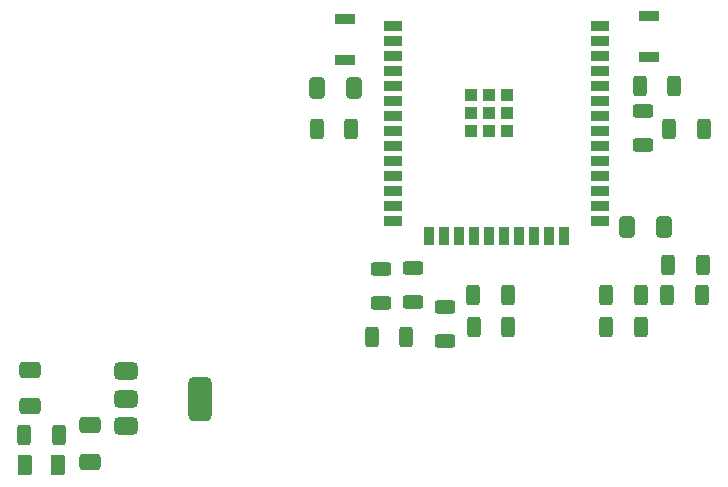
<source format=gbr>
%TF.GenerationSoftware,KiCad,Pcbnew,8.0.5-8.0.5-0~ubuntu22.04.1*%
%TF.CreationDate,2025-05-20T11:09:25+05:30*%
%TF.ProjectId,esp32_nichrome_wire,65737033-325f-46e6-9963-68726f6d655f,rev?*%
%TF.SameCoordinates,Original*%
%TF.FileFunction,Paste,Top*%
%TF.FilePolarity,Positive*%
%FSLAX46Y46*%
G04 Gerber Fmt 4.6, Leading zero omitted, Abs format (unit mm)*
G04 Created by KiCad (PCBNEW 8.0.5-8.0.5-0~ubuntu22.04.1) date 2025-05-20 11:09:25*
%MOMM*%
%LPD*%
G01*
G04 APERTURE LIST*
G04 Aperture macros list*
%AMRoundRect*
0 Rectangle with rounded corners*
0 $1 Rounding radius*
0 $2 $3 $4 $5 $6 $7 $8 $9 X,Y pos of 4 corners*
0 Add a 4 corners polygon primitive as box body*
4,1,4,$2,$3,$4,$5,$6,$7,$8,$9,$2,$3,0*
0 Add four circle primitives for the rounded corners*
1,1,$1+$1,$2,$3*
1,1,$1+$1,$4,$5*
1,1,$1+$1,$6,$7*
1,1,$1+$1,$8,$9*
0 Add four rect primitives between the rounded corners*
20,1,$1+$1,$2,$3,$4,$5,0*
20,1,$1+$1,$4,$5,$6,$7,0*
20,1,$1+$1,$6,$7,$8,$9,0*
20,1,$1+$1,$8,$9,$2,$3,0*%
G04 Aperture macros list end*
%ADD10RoundRect,0.250000X-0.412500X-0.650000X0.412500X-0.650000X0.412500X0.650000X-0.412500X0.650000X0*%
%ADD11RoundRect,0.250000X-0.312500X-0.625000X0.312500X-0.625000X0.312500X0.625000X-0.312500X0.625000X0*%
%ADD12RoundRect,0.250000X0.312500X0.625000X-0.312500X0.625000X-0.312500X-0.625000X0.312500X-0.625000X0*%
%ADD13RoundRect,0.375000X-0.625000X-0.375000X0.625000X-0.375000X0.625000X0.375000X-0.625000X0.375000X0*%
%ADD14RoundRect,0.500000X-0.500000X-1.400000X0.500000X-1.400000X0.500000X1.400000X-0.500000X1.400000X0*%
%ADD15RoundRect,0.250000X-0.650000X0.412500X-0.650000X-0.412500X0.650000X-0.412500X0.650000X0.412500X0*%
%ADD16RoundRect,0.250000X0.625000X-0.312500X0.625000X0.312500X-0.625000X0.312500X-0.625000X-0.312500X0*%
%ADD17R,1.700000X0.900000*%
%ADD18RoundRect,0.250000X-0.625000X0.312500X-0.625000X-0.312500X0.625000X-0.312500X0.625000X0.312500X0*%
%ADD19RoundRect,0.250000X0.650000X-0.412500X0.650000X0.412500X-0.650000X0.412500X-0.650000X-0.412500X0*%
%ADD20R,1.500000X0.900000*%
%ADD21R,0.900000X1.500000*%
%ADD22R,1.050000X1.050000*%
%ADD23RoundRect,0.250000X0.375000X0.625000X-0.375000X0.625000X-0.375000X-0.625000X0.375000X-0.625000X0*%
G04 APERTURE END LIST*
D10*
%TO.C,C2*%
X-36190000Y-37765000D03*
X-33065000Y-37765000D03*
%TD*%
D11*
%TO.C,R7*%
X-37927500Y-46165000D03*
X-35002500Y-46165000D03*
%TD*%
D12*
%TO.C,R4*%
X-29840000Y-43465000D03*
X-32765000Y-43465000D03*
%TD*%
D13*
%TO.C,U2*%
X-78615000Y-49965000D03*
X-78615000Y-52265000D03*
D14*
X-72315000Y-52265000D03*
D13*
X-78615000Y-54565000D03*
%TD*%
D11*
%TO.C,R15*%
X-32562500Y-29450000D03*
X-29637500Y-29450000D03*
%TD*%
D15*
%TO.C,C4*%
X-86665000Y-49802500D03*
X-86665000Y-52927500D03*
%TD*%
D11*
%TO.C,R9*%
X-49127500Y-46165000D03*
X-46202500Y-46165000D03*
%TD*%
D12*
%TO.C,R8*%
X-46240000Y-43465000D03*
X-49165000Y-43465000D03*
%TD*%
D11*
%TO.C,R5*%
X-32690000Y-40965000D03*
X-29765000Y-40965000D03*
%TD*%
D16*
%TO.C,R12*%
X-51565000Y-47427500D03*
X-51565000Y-44502500D03*
%TD*%
D17*
%TO.C,SW2*%
X-34265000Y-23300000D03*
X-34265000Y-19900000D03*
%TD*%
D18*
%TO.C,R10*%
X-54265000Y-41202500D03*
X-54265000Y-44127500D03*
%TD*%
D17*
%TO.C,SW1*%
X-60065000Y-20165000D03*
X-60065000Y-23565000D03*
%TD*%
D11*
%TO.C,R14*%
X-87215000Y-55365000D03*
X-84290000Y-55365000D03*
%TD*%
D19*
%TO.C,C3*%
X-81665000Y-57627500D03*
X-81665000Y-54502500D03*
%TD*%
D11*
%TO.C,R2*%
X-35090000Y-25765000D03*
X-32165000Y-25765000D03*
%TD*%
D16*
%TO.C,R11*%
X-56965000Y-44190000D03*
X-56965000Y-41265000D03*
%TD*%
D11*
%TO.C,R1*%
X-62427500Y-29465000D03*
X-59502500Y-29465000D03*
%TD*%
D12*
%TO.C,R6*%
X-35002500Y-43465000D03*
X-37927500Y-43465000D03*
%TD*%
D16*
%TO.C,R3*%
X-34765000Y-30827500D03*
X-34765000Y-27902500D03*
%TD*%
D10*
%TO.C,C1*%
X-62427500Y-25965000D03*
X-59302500Y-25965000D03*
%TD*%
D20*
%TO.C,U1*%
X-55955000Y-20705000D03*
X-55955000Y-21975000D03*
X-55955000Y-23245000D03*
X-55955000Y-24515000D03*
X-55955000Y-25785000D03*
X-55955000Y-27055000D03*
X-55955000Y-28325000D03*
X-55955000Y-29595000D03*
X-55955000Y-30865000D03*
X-55955000Y-32135000D03*
X-55955000Y-33405000D03*
X-55955000Y-34675000D03*
X-55955000Y-35945000D03*
X-55955000Y-37215000D03*
D21*
X-52915000Y-38465000D03*
X-51645000Y-38465000D03*
X-50375000Y-38465000D03*
X-49105000Y-38465000D03*
X-47835000Y-38465000D03*
X-46565000Y-38465000D03*
X-45295000Y-38465000D03*
X-44025000Y-38465000D03*
X-42755000Y-38465000D03*
X-41485000Y-38465000D03*
D20*
X-38455000Y-37215000D03*
X-38455000Y-35945000D03*
X-38455000Y-34675000D03*
X-38455000Y-33405000D03*
X-38455000Y-32135000D03*
X-38455000Y-30865000D03*
X-38455000Y-29595000D03*
X-38455000Y-28325000D03*
X-38455000Y-27055000D03*
X-38455000Y-25785000D03*
X-38455000Y-24515000D03*
X-38455000Y-23245000D03*
X-38455000Y-21975000D03*
X-38455000Y-20705000D03*
D22*
X-49410000Y-26520000D03*
X-49410000Y-28045000D03*
X-49410000Y-29570000D03*
X-47885000Y-26520000D03*
X-47885000Y-28045000D03*
X-47885000Y-29570000D03*
X-46360000Y-26520000D03*
X-46360000Y-28045000D03*
X-46360000Y-29570000D03*
%TD*%
D12*
%TO.C,R13*%
X-54840000Y-47065000D03*
X-57765000Y-47065000D03*
%TD*%
D23*
%TO.C,D1*%
X-84315000Y-57890000D03*
X-87115000Y-57890000D03*
%TD*%
M02*

</source>
